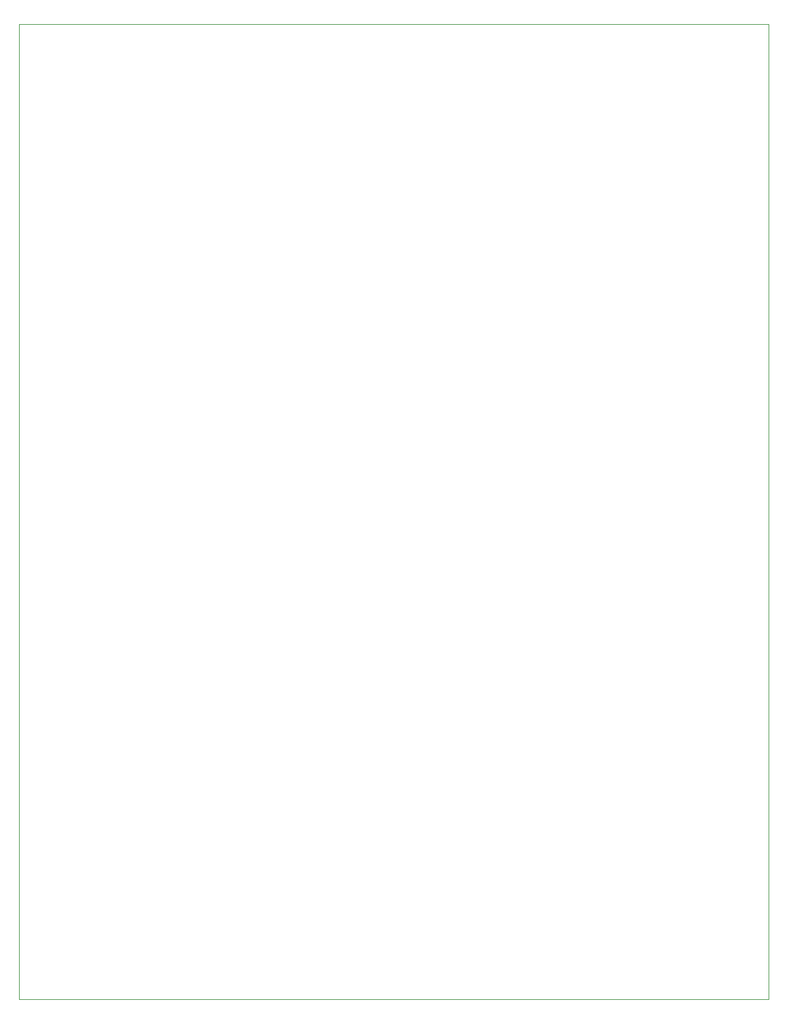
<source format=gbr>
G04 #@! TF.GenerationSoftware,KiCad,Pcbnew,8.0.2*
G04 #@! TF.CreationDate,2024-05-15T00:12:31-07:00*
G04 #@! TF.ProjectId,Flying_Fader,466c7969-6e67-45f4-9661-6465722e6b69,1*
G04 #@! TF.SameCoordinates,Original*
G04 #@! TF.FileFunction,Profile,NP*
%FSLAX46Y46*%
G04 Gerber Fmt 4.6, Leading zero omitted, Abs format (unit mm)*
G04 Created by KiCad (PCBNEW 8.0.2) date 2024-05-15 00:12:31*
%MOMM*%
%LPD*%
G01*
G04 APERTURE LIST*
G04 #@! TA.AperFunction,Profile*
%ADD10C,0.038100*%
G04 #@! TD*
G04 APERTURE END LIST*
D10*
X40000000Y-35500000D02*
X140000000Y-35500000D01*
X140000000Y-165500000D01*
X40000000Y-165500000D01*
X40000000Y-35500000D01*
M02*

</source>
